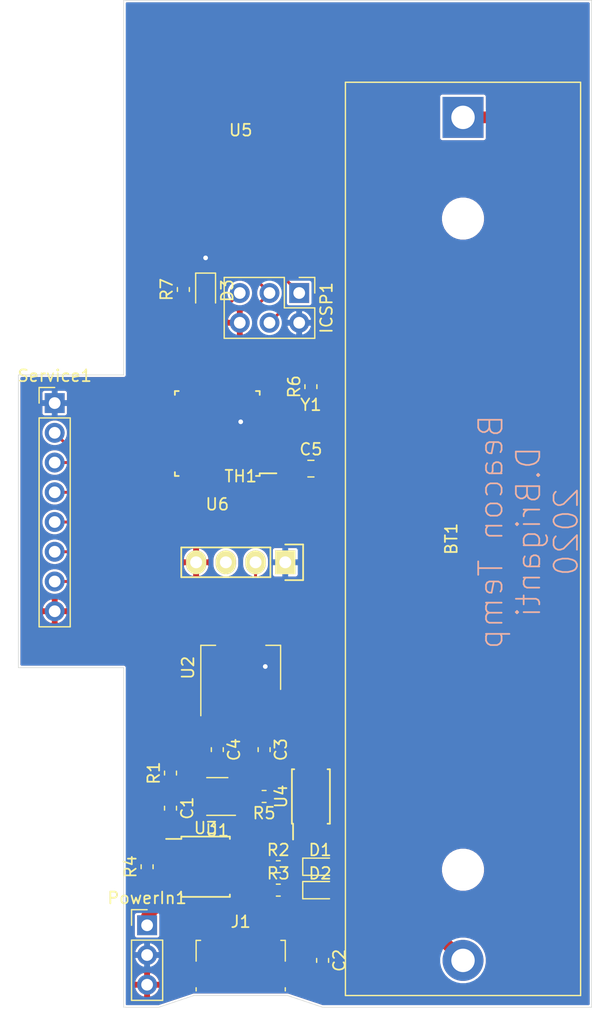
<source format=kicad_pcb>
(kicad_pcb (version 20171130) (host pcbnew 5.1.5-1.fc30)
  (layers (0 F.Cu signal) (31 B.Cu signal) (34 B.Paste user) (35 F.Paste user) (36 B.SilkS user) (37 F.SilkS user) (38 B.Mask user) (39 F.Mask user) (44 Edge.Cuts user))
  (net 0 "")
  (net 1 "Net-(BT1-Pad2)")
  (net 2 "Net-(C1-Pad1)")
  (net 3 GND)
  (net 4 VUSB)
  (net 5 "Net-(D1-Pad1)")
  (net 6 "Net-(D2-Pad1)")
  (net 7 "Net-(R6-Pad2)")
  (net 8 +3V3)
  (net 9 RESET)
  (net 10 MOSI)
  (net 11 SCK)
  (net 12 MISO)
  (net 13 "Net-(R2-Pad1)")
  (net 14 "Net-(R3-Pad1)")
  (net 15 "Net-(R4-Pad2)")
  (net 16 "Net-(R5-Pad2)")
  (net 17 "Net-(R6-Pad1)")
  (net 18 "Net-(TH1-Pad2)")
  (net 19 "Net-(U1-Pad3)")
  (net 20 "Net-(U1-Pad1)")
  (net 21 "Net-(U5-Pad4)")
  (net 22 "Net-(U5-Pad3)")
  (net 23 "Net-(Service1-Pad7)")
  (net 24 "Net-(Service1-Pad6)")
  (net 25 "Net-(Service1-Pad5)")
  (net 26 "Net-(Service1-Pad4)")
  (net 27 "Net-(Service1-Pad3)")
  (net 28 "Net-(Service1-Pad2)")
  (net 29 "Net-(BT1-Pad1)")
  (module Connector_PinHeader_2.54mm:PinHeader_1x03_P2.54mm_Vertical (layer F.Cu) (at 127 88)
    (fp_text reference PowerIn1 (at 0 -2.33) (layer F.SilkS))
    (fp_text value Conn_01x03)
    (fp_line (start -1.33 -1.33) (end 0 -1.33) (layer F.SilkS) (width 0.12))
    (fp_line (start -1.33 0) (end -1.33 -1.33) (layer F.SilkS) (width 0.12))
    (fp_line (start -1.33 1.27) (end 1.33 1.27) (layer F.SilkS) (width 0.12))
    (fp_line (start 1.33 1.27) (end 1.33 6.41) (layer F.SilkS) (width 0.12))
    (fp_line (start -1.33 1.27) (end -1.33 6.41) (layer F.SilkS) (width 0.12))
    (fp_line (start -1.33 6.41) (end 1.33 6.41) (layer F.SilkS) (width 0.12))
    (pad 3 thru_hole oval (at 0 5.08) (size 1.7 1.7) (drill 1) (layers *.Cu *.Mask) (net 3 GND))
    (pad 2 thru_hole oval (at 0 2.54) (size 1.7 1.7) (drill 1) (layers *.Cu *.Mask) (net 8 +3V3))
    (pad 1 thru_hole rect (at 0 0) (size 1.7 1.7) (drill 1) (layers *.Cu *.Mask) (net 4 VUSB))
  )
  (module Connector_PinHeader_2.54mm:PinHeader_1x08_P2.54mm_Vertical (layer F.Cu) (at 119.1 43.4)
    (fp_text reference Service1 (at 0 -2.33) (layer F.SilkS))
    (fp_text value Conn_01x08)
    (fp_line (start -1.33 -1.33) (end 0 -1.33) (layer F.SilkS) (width 0.12))
    (fp_line (start -1.33 0) (end -1.33 -1.33) (layer F.SilkS) (width 0.12))
    (fp_line (start -1.33 1.27) (end 1.33 1.27) (layer F.SilkS) (width 0.12))
    (fp_line (start 1.33 1.27) (end 1.33 19.11) (layer F.SilkS) (width 0.12))
    (fp_line (start -1.33 1.27) (end -1.33 19.11) (layer F.SilkS) (width 0.12))
    (fp_line (start -1.33 19.11) (end 1.33 19.11) (layer F.SilkS) (width 0.12))
    (pad 8 thru_hole oval (at 0 17.78) (size 1.7 1.7) (drill 1) (layers *.Cu *.Mask) (net 3 GND))
    (pad 7 thru_hole oval (at 0 15.24) (size 1.7 1.7) (drill 1) (layers *.Cu *.Mask) (net 23 "Net-(Service1-Pad7)"))
    (pad 6 thru_hole oval (at 0 12.7) (size 1.7 1.7) (drill 1) (layers *.Cu *.Mask) (net 24 "Net-(Service1-Pad6)"))
    (pad 5 thru_hole oval (at 0 10.16) (size 1.7 1.7) (drill 1) (layers *.Cu *.Mask) (net 25 "Net-(Service1-Pad5)"))
    (pad 4 thru_hole oval (at 0 7.62) (size 1.7 1.7) (drill 1) (layers *.Cu *.Mask) (net 26 "Net-(Service1-Pad4)"))
    (pad 3 thru_hole oval (at 0 5.08) (size 1.7 1.7) (drill 1) (layers *.Cu *.Mask) (net 27 "Net-(Service1-Pad3)"))
    (pad 2 thru_hole oval (at 0 2.54) (size 1.7 1.7) (drill 1) (layers *.Cu *.Mask) (net 28 "Net-(Service1-Pad2)"))
    (pad 1 thru_hole rect (at 0 0) (size 1.7 1.7) (drill 1) (layers *.Cu *.Mask) (net 8 +3V3))
  )
  (module Battery:BatteryHolder_MPD_BH-18650-PC2 (layer F.Cu) (at 154 19 270)
    (fp_text reference BT1 (at 36 1 90) (layer F.SilkS))
    (fp_text value Battery_Cell)
    (fp_line (start -3 -10.05) (end 75 -10.05) (layer F.SilkS) (width 0.12))
    (fp_line (start 75 -10.05) (end 75 10.05) (layer F.SilkS) (width 0.12))
    (fp_line (start 75 10.05) (end -3 10.05) (layer F.SilkS) (width 0.12))
    (fp_line (start -3 10.05) (end -3 -10.05) (layer F.SilkS) (width 0.12))
    (pad "" np_thru_hole circle (at 64.255 0 270) (size 3.2 3.2) (drill 3.2) (layers *.Cu *.Mask))
    (pad "" np_thru_hole circle (at 8.645 0 270) (size 3.2 3.2) (drill 3.2) (layers *.Cu *.Mask))
    (pad 1 thru_hole rect (at 0 0 270) (size 3.5 3.5) (drill 2) (layers *.Cu *.Mask) (net 29 "Net-(BT1-Pad1)"))
    (pad 2 thru_hole circle (at 72 0 270) (size 3.5 3.5) (drill 2) (layers *.Cu *.Mask) (net 1 "Net-(BT1-Pad2)"))
  )
  (module Capacitor_SMD:C_0805_2012Metric (layer F.Cu) (at 141 49)
    (fp_text reference C5 (at 0 -1.65) (layer F.SilkS))
    (fp_text value 1uF)
    (fp_line (start -0.258578 0.71) (end 0.258578 0.71) (layer F.SilkS) (width 0.12))
    (fp_line (start -0.258578 -0.71) (end 0.258578 -0.71) (layer F.SilkS) (width 0.12))
    (pad 2 smd roundrect (at 0.9375 0) (size 0.975 1.4) (layers F.Cu F.Paste F.Mask) (net 3 GND))
    (pad 1 smd roundrect (at -0.9375 0) (size 0.975 1.4) (layers F.Cu F.Paste F.Mask) (net 8 +3V3))
  )
  (module Diode_SMD:D_SOD-323F (layer F.Cu) (at 132 33.8 270)
    (fp_text reference D3 (at 0 -1.85 90) (layer F.SilkS))
    (fp_text value 1N4148W)
    (fp_line (start -1.5 -0.85) (end 1.05 -0.85) (layer F.SilkS) (width 0.12))
    (fp_line (start -1.5 0.85) (end 1.05 0.85) (layer F.SilkS) (width 0.12))
    (fp_line (start -1.5 -0.85) (end -1.5 0.85) (layer F.SilkS) (width 0.12))
    (pad 2 smd rect (at 1.1 0 270) (size 0.5 0.5) (layers F.Cu F.Paste F.Mask) (net 9 RESET))
    (pad 1 smd rect (at -1.1 0 270) (size 0.5 0.5) (layers F.Cu F.Paste F.Mask) (net 8 +3V3))
  )
  (module ProjectLib:TP4056_SOP-8-PP (layer F.Cu) (at 132 83)
    (fp_text reference U3 (at 0 -3.3) (layer F.SilkS))
    (fp_text value TP4056)
    (fp_line (start -2.075 -2.575) (end -2.075 -2.375) (layer F.SilkS) (width 0.15))
    (fp_line (start 2.075 -2.575) (end 2.075 -2.375) (layer F.SilkS) (width 0.15))
    (fp_line (start 2.075 2.575) (end 2.075 2.375) (layer F.SilkS) (width 0.15))
    (fp_line (start -2.075 2.575) (end -2.075 2.375) (layer F.SilkS) (width 0.15))
    (fp_line (start -2.075 -2.575) (end 2.075 -2.575) (layer F.SilkS) (width 0.15))
    (fp_line (start -2.075 2.575) (end 2.075 2.575) (layer F.SilkS) (width 0.15))
    (fp_line (start -2.075 -2.375) (end -3.375 -2.375) (layer F.SilkS) (width 0.15))
    (pad 1 smd rect (at -2.7 -1.905) (size 1.5 0.65) (layers F.Cu F.Paste F.Mask) (net 3 GND))
    (pad 2 smd rect (at -2.7 -0.635) (size 1.5 0.65) (layers F.Cu F.Paste F.Mask) (net 15 "Net-(R4-Pad2)"))
    (pad 3 smd rect (at -2.7 0.635) (size 1.5 0.65) (layers F.Cu F.Paste F.Mask) (net 3 GND))
    (pad 4 smd rect (at -2.7 1.905) (size 1.5 0.65) (layers F.Cu F.Paste F.Mask) (net 4 VUSB))
    (pad 5 smd rect (at 2.7 1.905) (size 1.5 0.65) (layers F.Cu F.Paste F.Mask) (net 29 "Net-(BT1-Pad1)"))
    (pad 6 smd rect (at 2.7 0.635) (size 1.5 0.65) (layers F.Cu F.Paste F.Mask) (net 14 "Net-(R3-Pad1)"))
    (pad 7 smd rect (at 2.7 -0.635) (size 1.5 0.65) (layers F.Cu F.Paste F.Mask) (net 13 "Net-(R2-Pad1)"))
    (pad 8 smd rect (at 2.7 -1.905) (size 1.5 0.65) (layers F.Cu F.Paste F.Mask) (net 4 VUSB))
    (pad 9 smd rect (at 0 0) (size 2.7 3.6) (layers F.Cu F.Paste F.Mask) (net 4 VUSB))
  )
  (module Oscillator:Oscillator_SMD_EuroQuartz_XO32-4Pin_3.2x2.5mm (layer F.Cu) (at 141 46)
    (fp_text reference Y1 (at 0 -2.45) (layer F.SilkS))
    (fp_text value "Crystal 16M")
    (pad 4 smd rect (at -1.075 -0.775) (size 1 0.9) (layers F.Cu F.Paste F.Mask) (net 3 GND))
    (pad 3 smd rect (at 1.075 -0.775) (size 1 0.9) (layers F.Cu F.Paste F.Mask) (net 17 "Net-(R6-Pad1)"))
    (pad 2 smd rect (at 1.075 0.775) (size 1 0.9) (layers F.Cu F.Paste F.Mask) (net 3 GND))
    (pad 1 smd rect (at -1.075 0.775) (size 1 0.9) (layers F.Cu F.Paste F.Mask) (net 7 "Net-(R6-Pad2)"))
  )
  (module ProjectLib:NRF24L01-SMD (layer F.Cu) (at 135 19)
    (fp_text reference U5 (at 0 1.1) (layer F.SilkS))
    (fp_text value NRF24L01_Breakout)
    (pad 8 smd rect (at 4.49 8.7) (size 1 2) (layers F.Cu F.Paste F.Mask))
    (pad 7 smd rect (at 3.22 8.7) (size 1 2) (layers F.Cu F.Paste F.Mask) (net 12 MISO))
    (pad 6 smd rect (at 1.95 8.7) (size 1 2) (layers F.Cu F.Paste F.Mask) (net 10 MOSI))
    (pad 5 smd rect (at 0.68 8.7) (size 1 2) (layers F.Cu F.Paste F.Mask) (net 11 SCK))
    (pad 4 smd rect (at -0.59 8.7) (size 1 2) (layers F.Cu F.Paste F.Mask) (net 21 "Net-(U5-Pad4)"))
    (pad 3 smd rect (at -1.86 8.7) (size 1 2) (layers F.Cu F.Paste F.Mask) (net 22 "Net-(U5-Pad3)"))
    (pad 1 smd rect (at -3.13 8.7) (size 1 2) (layers F.Cu F.Paste F.Mask) (net 3 GND))
    (pad 2 smd rect (at -4.4 8.7) (size 1 2) (layers F.Cu F.Paste F.Mask) (net 8 +3V3))
  )
  (module Package_SO:TSSOP-8_4.4x3mm_P0.65mm (layer F.Cu) (at 141 77 90)
    (fp_text reference U4 (at 0 -2.55 90) (layer F.SilkS))
    (fp_text value FS8205A)
    (fp_line (start -2.325 -1.525) (end -3.675 -1.525) (layer F.SilkS) (width 0.15))
    (fp_line (start -2.325 1.625) (end 2.325 1.625) (layer F.SilkS) (width 0.15))
    (fp_line (start -2.325 -1.625) (end 2.325 -1.625) (layer F.SilkS) (width 0.15))
    (fp_line (start -2.325 1.625) (end -2.325 1.425) (layer F.SilkS) (width 0.15))
    (fp_line (start 2.325 1.625) (end 2.325 1.425) (layer F.SilkS) (width 0.15))
    (fp_line (start 2.325 -1.625) (end 2.325 -1.425) (layer F.SilkS) (width 0.15))
    (fp_line (start -2.325 -1.625) (end -2.325 -1.525) (layer F.SilkS) (width 0.15))
    (pad 8 smd rect (at 2.95 -0.975 90) (size 1.45 0.45) (layers F.Cu F.Paste F.Mask))
    (pad 7 smd rect (at 2.95 -0.325 90) (size 1.45 0.45) (layers F.Cu F.Paste F.Mask) (net 3 GND))
    (pad 6 smd rect (at 2.95 0.325 90) (size 1.45 0.45) (layers F.Cu F.Paste F.Mask) (net 3 GND))
    (pad 5 smd rect (at 2.95 0.975 90) (size 1.45 0.45) (layers F.Cu F.Paste F.Mask) (net 19 "Net-(U1-Pad3)"))
    (pad 4 smd rect (at -2.95 0.975 90) (size 1.45 0.45) (layers F.Cu F.Paste F.Mask) (net 20 "Net-(U1-Pad1)"))
    (pad 3 smd rect (at -2.95 0.325 90) (size 1.45 0.45) (layers F.Cu F.Paste F.Mask) (net 1 "Net-(BT1-Pad2)"))
    (pad 2 smd rect (at -2.95 -0.325 90) (size 1.45 0.45) (layers F.Cu F.Paste F.Mask) (net 1 "Net-(BT1-Pad2)"))
    (pad 1 smd rect (at -2.95 -0.975 90) (size 1.45 0.45) (layers F.Cu F.Paste F.Mask))
  )
  (module Package_TO_SOT_SMD:SOT-223-3_TabPin2 (layer F.Cu) (at 135 66 90)
    (fp_text reference U2 (at 0 -4.5 90) (layer F.SilkS))
    (fp_text value AMS1117-3.3)
    (fp_line (start -4.1 -3.41) (end 1.91 -3.41) (layer F.SilkS) (width 0.12))
    (fp_line (start -1.85 3.41) (end 1.91 3.41) (layer F.SilkS) (width 0.12))
    (fp_line (start 1.91 -3.41) (end 1.91 -2.15) (layer F.SilkS) (width 0.12))
    (fp_line (start 1.91 3.41) (end 1.91 2.15) (layer F.SilkS) (width 0.12))
    (pad 1 smd rect (at -3.15 -2.3 90) (size 2 1.5) (layers F.Cu F.Paste F.Mask) (net 3 GND))
    (pad 3 smd rect (at -3.15 2.3 90) (size 2 1.5) (layers F.Cu F.Paste F.Mask) (net 29 "Net-(BT1-Pad1)"))
    (pad 2 smd rect (at -3.15 0 90) (size 2 1.5) (layers F.Cu F.Paste F.Mask) (net 8 +3V3))
    (pad 2 smd rect (at 3.15 0 90) (size 2 3.8) (layers F.Cu F.Paste F.Mask) (net 8 +3V3))
  )
  (module Package_TO_SOT_SMD:SOT-23-6 (layer F.Cu) (at 133 77 180)
    (fp_text reference U1 (at 0 -2.9) (layer F.SilkS))
    (fp_text value DW01)
    (fp_line (start 0.9 -1.61) (end -1.55 -1.61) (layer F.SilkS) (width 0.12))
    (fp_line (start -0.9 1.61) (end 0.9 1.61) (layer F.SilkS) (width 0.12))
    (pad 5 smd rect (at 1.1 0 180) (size 1.06 0.65) (layers F.Cu F.Paste F.Mask) (net 2 "Net-(C1-Pad1)"))
    (pad 6 smd rect (at 1.1 -0.95 180) (size 1.06 0.65) (layers F.Cu F.Paste F.Mask) (net 1 "Net-(BT1-Pad2)"))
    (pad 4 smd rect (at 1.1 0.95 180) (size 1.06 0.65) (layers F.Cu F.Paste F.Mask))
    (pad 3 smd rect (at -1.1 0.95 180) (size 1.06 0.65) (layers F.Cu F.Paste F.Mask) (net 19 "Net-(U1-Pad3)"))
    (pad 2 smd rect (at -1.1 0 180) (size 1.06 0.65) (layers F.Cu F.Paste F.Mask) (net 16 "Net-(R5-Pad2)"))
    (pad 1 smd rect (at -1.1 -0.95 180) (size 1.06 0.65) (layers F.Cu F.Paste F.Mask) (net 20 "Net-(U1-Pad1)"))
  )
  (module ProjectLib:DHT22_Temperature_Humidity (layer F.Cu) (at 135 57 180)
    (fp_text reference TH1 (at 0 7.35) (layer F.SilkS))
    (fp_text value DHT22)
    (fp_line (start -3.81 -1.524) (end -5.334 -1.524) (layer F.SilkS) (width 0.15))
    (fp_line (start -5.334 -1.524) (end -5.334 1.524) (layer F.SilkS) (width 0.15))
    (fp_line (start -5.334 1.524) (end -3.81 1.524) (layer F.SilkS) (width 0.15))
    (fp_line (start -2.54 -1.27) (end 5.08 -1.27) (layer F.SilkS) (width 0.15))
    (fp_line (start 5.08 -1.27) (end 5.08 1.27) (layer F.SilkS) (width 0.15))
    (fp_line (start 5.08 1.27) (end -2.54 1.27) (layer F.SilkS) (width 0.15))
    (fp_line (start -2.54 1.27) (end -2.54 -1.27) (layer F.SilkS) (width 0.15))
    (pad 4 thru_hole oval (at 3.81 0 270) (size 2.032 1.7272) (drill 1.016) (layers *.Cu *.Mask F.SilkS) (net 3 GND))
    (pad 3 thru_hole oval (at 1.27 0 270) (size 2.032 1.7272) (drill 1.016) (layers *.Cu *.Mask F.SilkS))
    (pad 2 thru_hole oval (at -1.27 0 270) (size 2.032 1.7272) (drill 1.016) (layers *.Cu *.Mask F.SilkS) (net 18 "Net-(TH1-Pad2)"))
    (pad 1 thru_hole rect (at -3.81 0 270) (size 2.032 1.7272) (drill 1.016) (layers *.Cu *.Mask F.SilkS) (net 8 +3V3))
  )
  (module Resistor_SMD:R_0603_1608Metric (layer F.Cu) (at 130.1 33.7 90)
    (fp_text reference R7 (at 0 -1.43 90) (layer F.SilkS))
    (fp_text value 10k)
    (fp_line (start -0.162779 0.51) (end 0.162779 0.51) (layer F.SilkS) (width 0.12))
    (fp_line (start -0.162779 -0.51) (end 0.162779 -0.51) (layer F.SilkS) (width 0.12))
    (pad 2 smd roundrect (at 0.7875 0 90) (size 0.875 0.95) (layers F.Cu F.Paste F.Mask) (net 8 +3V3))
    (pad 1 smd roundrect (at -0.7875 0 90) (size 0.875 0.95) (layers F.Cu F.Paste F.Mask) (net 9 RESET))
  )
  (module Resistor_SMD:R_0603_1608Metric (layer F.Cu) (at 141 42 90)
    (fp_text reference R6 (at 0 -1.43 90) (layer F.SilkS))
    (fp_text value 1M)
    (fp_line (start -0.162779 0.51) (end 0.162779 0.51) (layer F.SilkS) (width 0.12))
    (fp_line (start -0.162779 -0.51) (end 0.162779 -0.51) (layer F.SilkS) (width 0.12))
    (pad 2 smd roundrect (at 0.7875 0 90) (size 0.875 0.95) (layers F.Cu F.Paste F.Mask) (net 7 "Net-(R6-Pad2)"))
    (pad 1 smd roundrect (at -0.7875 0 90) (size 0.875 0.95) (layers F.Cu F.Paste F.Mask) (net 17 "Net-(R6-Pad1)"))
  )
  (module Connector_USB:USB_Micro-B_Molex_47346-0001 (layer F.Cu) (at 135 91)
    (fp_text reference J1 (at 0 -3.3 180) (layer F.SilkS))
    (fp_text value USB_B_Micro)
    (fp_line (start -3.81 2.6) (end -3.81 2.34) (layer F.SilkS) (width 0.12))
    (fp_line (start -3.81 0.06) (end -3.81 -1.71) (layer F.SilkS) (width 0.12))
    (fp_line (start -3.81 -1.71) (end -3.43 -1.71) (layer F.SilkS) (width 0.12))
    (fp_line (start 3.81 -1.71) (end 3.81 0.06) (layer F.SilkS) (width 0.12))
    (fp_line (start 3.81 2.34) (end 3.81 2.6) (layer F.SilkS) (width 0.12))
    (fp_line (start 3.81 -1.71) (end 3.43 -1.71) (layer F.SilkS) (width 0.12))
    (pad 6 smd rect (at 1.55 1.2) (size 1 1.9) (layers F.Cu F.Paste F.Mask) (net 3 GND))
    (pad 6 smd rect (at -1.15 1.2) (size 1.8 1.9) (layers F.Cu F.Paste F.Mask) (net 3 GND))
    (pad 6 smd rect (at 3.375 1.2) (size 1.65 1.3) (layers F.Cu F.Paste F.Mask) (net 3 GND))
    (pad 6 smd rect (at -3.375 1.2) (size 1.65 1.3) (layers F.Cu F.Paste F.Mask) (net 3 GND))
    (pad 6 smd rect (at 2.4875 -1.375) (size 1.425 1.55) (layers F.Cu F.Paste F.Mask) (net 3 GND))
    (pad 6 smd rect (at -2.4875 -1.375) (size 1.425 1.55) (layers F.Cu F.Paste F.Mask) (net 3 GND))
    (pad 5 smd rect (at 1.3 -1.46) (size 0.45 1.38) (layers F.Cu F.Paste F.Mask) (net 3 GND))
    (pad 4 smd rect (at 0.65 -1.46) (size 0.45 1.38) (layers F.Cu F.Paste F.Mask))
    (pad 3 smd rect (at 0 -1.46) (size 0.45 1.38) (layers F.Cu F.Paste F.Mask))
    (pad 2 smd rect (at -0.65 -1.46) (size 0.45 1.38) (layers F.Cu F.Paste F.Mask))
    (pad 1 smd rect (at -1.3 -1.46) (size 0.45 1.38) (layers F.Cu F.Paste F.Mask) (net 4 VUSB))
  )
  (module Connector_PinHeader_2.54mm:PinHeader_2x03_P2.54mm_Vertical (layer F.Cu) (at 140 34 270)
    (fp_text reference ICSP1 (at 1.27 -2.33 90) (layer F.SilkS))
    (fp_text value Conn_02x03_Odd_Even)
    (fp_line (start -1.33 -1.33) (end 0 -1.33) (layer F.SilkS) (width 0.12))
    (fp_line (start -1.33 0) (end -1.33 -1.33) (layer F.SilkS) (width 0.12))
    (fp_line (start 1.27 -1.33) (end 3.87 -1.33) (layer F.SilkS) (width 0.12))
    (fp_line (start 1.27 1.27) (end 1.27 -1.33) (layer F.SilkS) (width 0.12))
    (fp_line (start -1.33 1.27) (end 1.27 1.27) (layer F.SilkS) (width 0.12))
    (fp_line (start 3.87 -1.33) (end 3.87 6.41) (layer F.SilkS) (width 0.12))
    (fp_line (start -1.33 1.27) (end -1.33 6.41) (layer F.SilkS) (width 0.12))
    (fp_line (start -1.33 6.41) (end 3.87 6.41) (layer F.SilkS) (width 0.12))
    (pad 6 thru_hole oval (at 2.54 5.08 270) (size 1.7 1.7) (drill 1) (layers *.Cu *.Mask) (net 3 GND))
    (pad 5 thru_hole oval (at 0 5.08 270) (size 1.7 1.7) (drill 1) (layers *.Cu *.Mask) (net 9 RESET))
    (pad 4 thru_hole oval (at 2.54 2.54 270) (size 1.7 1.7) (drill 1) (layers *.Cu *.Mask) (net 10 MOSI))
    (pad 3 thru_hole oval (at 0 2.54 270) (size 1.7 1.7) (drill 1) (layers *.Cu *.Mask) (net 11 SCK))
    (pad 2 thru_hole oval (at 2.54 0 270) (size 1.7 1.7) (drill 1) (layers *.Cu *.Mask) (net 8 +3V3))
    (pad 1 thru_hole rect (at 0 0 270) (size 1.7 1.7) (drill 1) (layers *.Cu *.Mask) (net 12 MISO))
  )
  (module Capacitor_SMD:C_0603_1608Metric (layer F.Cu) (at 133 73 270)
    (fp_text reference C4 (at 0 -1.43 90) (layer F.SilkS))
    (fp_text value 1uF)
    (fp_line (start -0.162779 0.51) (end 0.162779 0.51) (layer F.SilkS) (width 0.12))
    (fp_line (start -0.162779 -0.51) (end 0.162779 -0.51) (layer F.SilkS) (width 0.12))
    (pad 2 smd roundrect (at 0.7875 0 270) (size 0.875 0.95) (layers F.Cu F.Paste F.Mask) (net 3 GND))
    (pad 1 smd roundrect (at -0.7875 0 270) (size 0.875 0.95) (layers F.Cu F.Paste F.Mask) (net 8 +3V3))
  )
  (module Capacitor_SMD:C_0603_1608Metric (layer F.Cu) (at 137 73 270)
    (fp_text reference C3 (at 0 -1.43 90) (layer F.SilkS))
    (fp_text value 1uF)
    (fp_line (start -0.162779 0.51) (end 0.162779 0.51) (layer F.SilkS) (width 0.12))
    (fp_line (start -0.162779 -0.51) (end 0.162779 -0.51) (layer F.SilkS) (width 0.12))
    (pad 2 smd roundrect (at 0.7875 0 270) (size 0.875 0.95) (layers F.Cu F.Paste F.Mask) (net 3 GND))
    (pad 1 smd roundrect (at -0.7875 0 270) (size 0.875 0.95) (layers F.Cu F.Paste F.Mask) (net 29 "Net-(BT1-Pad1)"))
  )
  (module Package_QFP:TQFP-32_7x7mm_P0.8mm (layer F.Cu) (at 133 46 180)
    (fp_text reference U6 (at 0 -6.05) (layer F.SilkS))
    (fp_text value ATmega328P-AU)
    (fp_line (start -3.625 -3.4) (end -5.05 -3.4) (layer F.SilkS) (width 0.15))
    (fp_line (start 3.625 -3.625) (end 3.3 -3.625) (layer F.SilkS) (width 0.15))
    (fp_line (start 3.625 3.625) (end 3.3 3.625) (layer F.SilkS) (width 0.15))
    (fp_line (start -3.625 3.625) (end -3.3 3.625) (layer F.SilkS) (width 0.15))
    (fp_line (start -3.625 -3.625) (end -3.3 -3.625) (layer F.SilkS) (width 0.15))
    (fp_line (start -3.625 3.625) (end -3.625 3.3) (layer F.SilkS) (width 0.15))
    (fp_line (start 3.625 3.625) (end 3.625 3.3) (layer F.SilkS) (width 0.15))
    (fp_line (start 3.625 -3.625) (end 3.625 -3.3) (layer F.SilkS) (width 0.15))
    (fp_line (start -3.625 -3.625) (end -3.625 -3.4) (layer F.SilkS) (width 0.15))
    (pad 32 smd rect (at -2.8 -4.25 270) (size 1.6 0.55) (layers F.Cu F.Paste F.Mask))
    (pad 31 smd rect (at -2 -4.25 270) (size 1.6 0.55) (layers F.Cu F.Paste F.Mask))
    (pad 30 smd rect (at -1.2 -4.25 270) (size 1.6 0.55) (layers F.Cu F.Paste F.Mask))
    (pad 29 smd rect (at -0.4 -4.25 270) (size 1.6 0.55) (layers F.Cu F.Paste F.Mask) (net 9 RESET))
    (pad 28 smd rect (at 0.4 -4.25 270) (size 1.6 0.55) (layers F.Cu F.Paste F.Mask) (net 23 "Net-(Service1-Pad7)"))
    (pad 27 smd rect (at 1.2 -4.25 270) (size 1.6 0.55) (layers F.Cu F.Paste F.Mask) (net 24 "Net-(Service1-Pad6)"))
    (pad 26 smd rect (at 2 -4.25 270) (size 1.6 0.55) (layers F.Cu F.Paste F.Mask) (net 25 "Net-(Service1-Pad5)"))
    (pad 25 smd rect (at 2.8 -4.25 270) (size 1.6 0.55) (layers F.Cu F.Paste F.Mask) (net 26 "Net-(Service1-Pad4)"))
    (pad 24 smd rect (at 4.25 -2.8 180) (size 1.6 0.55) (layers F.Cu F.Paste F.Mask) (net 27 "Net-(Service1-Pad3)"))
    (pad 23 smd rect (at 4.25 -2 180) (size 1.6 0.55) (layers F.Cu F.Paste F.Mask) (net 28 "Net-(Service1-Pad2)"))
    (pad 22 smd rect (at 4.25 -1.2 180) (size 1.6 0.55) (layers F.Cu F.Paste F.Mask))
    (pad 21 smd rect (at 4.25 -0.4 180) (size 1.6 0.55) (layers F.Cu F.Paste F.Mask) (net 3 GND))
    (pad 20 smd rect (at 4.25 0.4 180) (size 1.6 0.55) (layers F.Cu F.Paste F.Mask))
    (pad 19 smd rect (at 4.25 1.2 180) (size 1.6 0.55) (layers F.Cu F.Paste F.Mask))
    (pad 18 smd rect (at 4.25 2 180) (size 1.6 0.55) (layers F.Cu F.Paste F.Mask) (net 8 +3V3))
    (pad 17 smd rect (at 4.25 2.8 180) (size 1.6 0.55) (layers F.Cu F.Paste F.Mask) (net 11 SCK))
    (pad 16 smd rect (at 2.8 4.25 270) (size 1.6 0.55) (layers F.Cu F.Paste F.Mask) (net 12 MISO))
    (pad 15 smd rect (at 2 4.25 270) (size 1.6 0.55) (layers F.Cu F.Paste F.Mask) (net 10 MOSI))
    (pad 14 smd rect (at 1.2 4.25 270) (size 1.6 0.55) (layers F.Cu F.Paste F.Mask) (net 21 "Net-(U5-Pad4)"))
    (pad 13 smd rect (at 0.4 4.25 270) (size 1.6 0.55) (layers F.Cu F.Paste F.Mask) (net 22 "Net-(U5-Pad3)"))
    (pad 12 smd rect (at -0.4 4.25 270) (size 1.6 0.55) (layers F.Cu F.Paste F.Mask))
    (pad 11 smd rect (at -1.2 4.25 270) (size 1.6 0.55) (layers F.Cu F.Paste F.Mask) (net 18 "Net-(TH1-Pad2)"))
    (pad 10 smd rect (at -2 4.25 270) (size 1.6 0.55) (layers F.Cu F.Paste F.Mask))
    (pad 9 smd rect (at -2.8 4.25 270) (size 1.6 0.55) (layers F.Cu F.Paste F.Mask))
    (pad 8 smd rect (at -4.25 2.8 180) (size 1.6 0.55) (layers F.Cu F.Paste F.Mask) (net 7 "Net-(R6-Pad2)"))
    (pad 7 smd rect (at -4.25 2 180) (size 1.6 0.55) (layers F.Cu F.Paste F.Mask) (net 17 "Net-(R6-Pad1)"))
    (pad 6 smd rect (at -4.25 1.2 180) (size 1.6 0.55) (layers F.Cu F.Paste F.Mask) (net 8 +3V3))
    (pad 5 smd rect (at -4.25 0.4 180) (size 1.6 0.55) (layers F.Cu F.Paste F.Mask) (net 3 GND))
    (pad 4 smd rect (at -4.25 -0.4 180) (size 1.6 0.55) (layers F.Cu F.Paste F.Mask) (net 8 +3V3))
    (pad 3 smd rect (at -4.25 -1.2 180) (size 1.6 0.55) (layers F.Cu F.Paste F.Mask) (net 3 GND))
    (pad 2 smd rect (at -4.25 -2 180) (size 1.6 0.55) (layers F.Cu F.Paste F.Mask))
    (pad 1 smd rect (at -4.25 -2.8 180) (size 1.6 0.55) (layers F.Cu F.Paste F.Mask))
  )
  (module Resistor_SMD:R_0603_1608Metric (layer F.Cu) (at 137 77 180)
    (fp_text reference R5 (at 0 -1.43) (layer F.SilkS))
    (fp_text value 1k)
    (fp_line (start -0.162779 0.51) (end 0.162779 0.51) (layer F.SilkS) (width 0.12))
    (fp_line (start -0.162779 -0.51) (end 0.162779 -0.51) (layer F.SilkS) (width 0.12))
    (pad 2 smd roundrect (at 0.7875 0 180) (size 0.875 0.95) (layers F.Cu F.Paste F.Mask) (net 16 "Net-(R5-Pad2)"))
    (pad 1 smd roundrect (at -0.7875 0 180) (size 0.875 0.95) (layers F.Cu F.Paste F.Mask) (net 3 GND))
  )
  (module Resistor_SMD:R_0603_1608Metric (layer F.Cu) (at 127 83 90)
    (fp_text reference R4 (at 0 -1.43 90) (layer F.SilkS))
    (fp_text value 10k)
    (fp_line (start -0.162779 0.51) (end 0.162779 0.51) (layer F.SilkS) (width 0.12))
    (fp_line (start -0.162779 -0.51) (end 0.162779 -0.51) (layer F.SilkS) (width 0.12))
    (pad 2 smd roundrect (at 0.7875 0 90) (size 0.875 0.95) (layers F.Cu F.Paste F.Mask) (net 15 "Net-(R4-Pad2)"))
    (pad 1 smd roundrect (at -0.7875 0 90) (size 0.875 0.95) (layers F.Cu F.Paste F.Mask) (net 3 GND))
  )
  (module Resistor_SMD:R_0603_1608Metric (layer F.Cu) (at 138.2125 85)
    (fp_text reference R3 (at 0 -1.43) (layer F.SilkS))
    (fp_text value 1k)
    (fp_line (start -0.162779 0.51) (end 0.162779 0.51) (layer F.SilkS) (width 0.12))
    (fp_line (start -0.162779 -0.51) (end 0.162779 -0.51) (layer F.SilkS) (width 0.12))
    (pad 2 smd roundrect (at 0.7875 0) (size 0.875 0.95) (layers F.Cu F.Paste F.Mask) (net 6 "Net-(D2-Pad1)"))
    (pad 1 smd roundrect (at -0.7875 0) (size 0.875 0.95) (layers F.Cu F.Paste F.Mask) (net 14 "Net-(R3-Pad1)"))
  )
  (module Resistor_SMD:R_0603_1608Metric (layer F.Cu) (at 138.2125 83)
    (fp_text reference R2 (at 0 -1.43) (layer F.SilkS))
    (fp_text value 1k)
    (fp_line (start -0.162779 0.51) (end 0.162779 0.51) (layer F.SilkS) (width 0.12))
    (fp_line (start -0.162779 -0.51) (end 0.162779 -0.51) (layer F.SilkS) (width 0.12))
    (pad 2 smd roundrect (at 0.7875 0) (size 0.875 0.95) (layers F.Cu F.Paste F.Mask) (net 5 "Net-(D1-Pad1)"))
    (pad 1 smd roundrect (at -0.7875 0) (size 0.875 0.95) (layers F.Cu F.Paste F.Mask) (net 13 "Net-(R2-Pad1)"))
  )
  (module Resistor_SMD:R_0603_1608Metric (layer F.Cu) (at 129 75 90)
    (fp_text reference R1 (at 0 -1.43 90) (layer F.SilkS))
    (fp_text value 100)
    (fp_line (start -0.162779 0.51) (end 0.162779 0.51) (layer F.SilkS) (width 0.12))
    (fp_line (start -0.162779 -0.51) (end 0.162779 -0.51) (layer F.SilkS) (width 0.12))
    (pad 2 smd roundrect (at 0.7875 0 90) (size 0.875 0.95) (layers F.Cu F.Paste F.Mask) (net 29 "Net-(BT1-Pad1)"))
    (pad 1 smd roundrect (at -0.7875 0 90) (size 0.875 0.95) (layers F.Cu F.Paste F.Mask) (net 2 "Net-(C1-Pad1)"))
  )
  (module LED_SMD:LED_0603_1608Metric (layer F.Cu) (at 141.7875 85)
    (fp_text reference D2 (at 0 -1.43) (layer F.SilkS))
    (fp_text value LED_ALT_GREEN)
    (fp_line (start -1.485 0.735) (end 0.8 0.735) (layer F.SilkS) (width 0.12))
    (fp_line (start -1.485 -0.735) (end -1.485 0.735) (layer F.SilkS) (width 0.12))
    (fp_line (start 0.8 -0.735) (end -1.485 -0.735) (layer F.SilkS) (width 0.12))
    (pad 2 smd roundrect (at 0.7875 0) (size 0.875 0.95) (layers F.Cu F.Paste F.Mask) (net 4 VUSB))
    (pad 1 smd roundrect (at -0.7875 0) (size 0.875 0.95) (layers F.Cu F.Paste F.Mask) (net 6 "Net-(D2-Pad1)"))
  )
  (module LED_SMD:LED_0603_1608Metric (layer F.Cu) (at 141.7875 83)
    (fp_text reference D1 (at 0 -1.43) (layer F.SilkS))
    (fp_text value LED_ALT_RED)
    (fp_line (start -1.485 0.735) (end 0.8 0.735) (layer F.SilkS) (width 0.12))
    (fp_line (start -1.485 -0.735) (end -1.485 0.735) (layer F.SilkS) (width 0.12))
    (fp_line (start 0.8 -0.735) (end -1.485 -0.735) (layer F.SilkS) (width 0.12))
    (pad 2 smd roundrect (at 0.7875 0) (size 0.875 0.95) (layers F.Cu F.Paste F.Mask) (net 4 VUSB))
    (pad 1 smd roundrect (at -0.7875 0) (size 0.875 0.95) (layers F.Cu F.Paste F.Mask) (net 5 "Net-(D1-Pad1)"))
  )
  (module Capacitor_SMD:C_0603_1608Metric (layer F.Cu) (at 142 91 270)
    (fp_text reference C2 (at 0 -1.43 90) (layer F.SilkS))
    (fp_text value 10uF)
    (fp_line (start -0.162779 0.51) (end 0.162779 0.51) (layer F.SilkS) (width 0.12))
    (fp_line (start -0.162779 -0.51) (end 0.162779 -0.51) (layer F.SilkS) (width 0.12))
    (pad 2 smd roundrect (at 0.7875 0 270) (size 0.875 0.95) (layers F.Cu F.Paste F.Mask) (net 3 GND))
    (pad 1 smd roundrect (at -0.7875 0 270) (size 0.875 0.95) (layers F.Cu F.Paste F.Mask) (net 29 "Net-(BT1-Pad1)"))
  )
  (module Capacitor_SMD:C_0603_1608Metric (layer F.Cu) (at 129 78 270)
    (fp_text reference C1 (at 0 -1.43 90) (layer F.SilkS))
    (fp_text value 100nF)
    (fp_line (start -0.162779 0.51) (end 0.162779 0.51) (layer F.SilkS) (width 0.12))
    (fp_line (start -0.162779 -0.51) (end 0.162779 -0.51) (layer F.SilkS) (width 0.12))
    (pad 2 smd roundrect (at 0.7875 0 270) (size 0.875 0.95) (layers F.Cu F.Paste F.Mask) (net 1 "Net-(BT1-Pad2)"))
    (pad 1 smd roundrect (at -0.7875 0 270) (size 0.875 0.95) (layers F.Cu F.Paste F.Mask) (net 2 "Net-(C1-Pad1)"))
  )
  (gr_text "Beacon Temp\nD.Briganti\n2020" (at 159.6 54.4 90) (layer B.SilkS) (effects (font (size 2 2)) (justify mirror)))
  (gr_line (start 125 9) (end 125 15) (layer Edge.Cuts) (width 0.05))
  (gr_line (start 165 9) (end 125 9) (layer Edge.Cuts) (width 0.05))
  (gr_line (start 165 15) (end 165 9) (layer Edge.Cuts) (width 0.05))
  (gr_line (start 125 66) (end 125 95) (layer Edge.Cuts) (width 0.05))
  (gr_line (start 124 66) (end 125 66) (layer Edge.Cuts) (width 0.05))
  (gr_line (start 116 66) (end 124 66) (layer Edge.Cuts) (width 0.05))
  (gr_line (start 116 41) (end 116 66) (layer Edge.Cuts) (width 0.05))
  (gr_line (start 125 41) (end 116 41) (layer Edge.Cuts) (width 0.05))
  (gr_line (start 125 15) (end 125 41) (layer Edge.Cuts) (width 0.05))
  (gr_line (start 128 95) (end 125 95) (layer Edge.Cuts) (width 0.05))
  (gr_line (start 131 94) (end 128 95) (layer Edge.Cuts) (width 0.05))
  (gr_line (start 139 94) (end 131 94) (layer Edge.Cuts) (width 0.05))
  (gr_line (start 142 95) (end 139 94) (layer Edge.Cuts) (width 0.05))
  (gr_line (start 165 95) (end 142 95) (layer Edge.Cuts) (width 0.05))
  (gr_line (start 165 95) (end 165 15) (layer Edge.Cuts) (width 0.05))
  (segment (start 141.299999 81.035001) (end 141.299999 79.95) (width 0.5) (layer F.Cu) (net 1))
  (segment (start 141.78499 81.519992) (end 141.299999 81.035001) (width 0.5) (layer F.Cu) (net 1))
  (segment (start 154 91) (end 144.519992 81.519992) (width 0.5) (layer F.Cu) (net 1))
  (segment (start 144.519992 81.519992) (end 141.78499 81.519992) (width 0.5) (layer F.Cu) (net 1))
  (segment (start 144.591061 81.591061) (end 142.209613 81.591061) (width 1) (layer F.Cu) (net 1))
  (segment (start 154 91) (end 144.591061 81.591061) (width 1) (layer F.Cu) (net 1))
  (segment (start 140.675 78.975) (end 140.675 79.95) (width 0.25) (layer F.Cu) (net 1))
  (segment (start 140.599999 78.899999) (end 140.675 78.975) (width 0.25) (layer F.Cu) (net 1))
  (segment (start 133.629999 78.899999) (end 140.599999 78.899999) (width 0.25) (layer F.Cu) (net 1))
  (segment (start 132.68 77.95) (end 133.629999 78.899999) (width 0.25) (layer F.Cu) (net 1))
  (segment (start 131.9 77.95) (end 132.68 77.95) (width 0.25) (layer F.Cu) (net 1))
  (segment (start 140.675 79.95) (end 141.325 79.95) (width 0.25) (layer F.Cu) (net 1))
  (segment (start 131.9 78.525) (end 131.9 77.95) (width 0.25) (layer F.Cu) (net 1))
  (segment (start 131.6375 78.7875) (end 131.9 78.525) (width 0.25) (layer F.Cu) (net 1))
  (segment (start 129 78.7875) (end 131.6375 78.7875) (width 0.25) (layer F.Cu) (net 1))
  (segment (start 131.9 77) (end 129 77) (width 0.25) (layer F.Cu) (net 2))
  (segment (start 129 77) (end 129 75.7875) (width 0.25) (layer F.Cu) (net 2))
  (segment (start 142.575 83) (end 142.575 85) (width 0.25) (layer F.Cu) (net 4))
  (segment (start 133.455 81.095) (end 133.7 81.095) (width 0.25) (layer F.Cu) (net 4))
  (segment (start 132 82.55) (end 133.455 81.095) (width 0.25) (layer F.Cu) (net 4))
  (segment (start 133.7 81.095) (end 134.7 81.095) (width 0.25) (layer F.Cu) (net 4))
  (segment (start 132 83) (end 132 82.55) (width 0.25) (layer F.Cu) (net 4))
  (segment (start 142.451812 83) (end 142.575 83) (width 0.25) (layer F.Cu) (net 4))
  (segment (start 140.546812 81.095) (end 142.451812 83) (width 0.25) (layer F.Cu) (net 4))
  (segment (start 134.7 81.095) (end 140.546812 81.095) (width 0.25) (layer F.Cu) (net 4))
  (segment (start 127 87.205) (end 129.3 84.905) (width 1) (layer F.Cu) (net 4))
  (segment (start 127 88) (end 127 87.205) (width 1) (layer F.Cu) (net 4))
  (segment (start 130.095 84.905) (end 132 83) (width 1) (layer F.Cu) (net 4))
  (segment (start 129.3 84.905) (end 130.095 84.905) (width 1) (layer F.Cu) (net 4))
  (segment (start 133.7 88.6) (end 133.7 89.54) (width 0.25) (layer F.Cu) (net 4))
  (segment (start 130.3 84.905) (end 133.7 88.305) (width 0.25) (layer F.Cu) (net 4))
  (segment (start 133.7 88.305) (end 133.7 88.6) (width 0.25) (layer F.Cu) (net 4))
  (segment (start 129.3 84.905) (end 130.3 84.905) (width 0.25) (layer F.Cu) (net 4))
  (segment (start 139 83) (end 141 83) (width 0.25) (layer F.Cu) (net 5))
  (segment (start 139 85) (end 141 85) (width 0.25) (layer F.Cu) (net 6))
  (segment (start 140.525 41.2125) (end 141 41.2125) (width 0.25) (layer F.Cu) (net 7))
  (segment (start 138.7125 41.2125) (end 140.525 41.2125) (width 0.25) (layer F.Cu) (net 7))
  (segment (start 137.25 42.675) (end 138.7125 41.2125) (width 0.25) (layer F.Cu) (net 7))
  (segment (start 137.25 43.2) (end 137.25 42.675) (width 0.25) (layer F.Cu) (net 7))
  (segment (start 139.925 46.075) (end 139.925 46.775) (width 0.25) (layer F.Cu) (net 7))
  (segment (start 140 46) (end 139.925 46.075) (width 0.25) (layer F.Cu) (net 7))
  (segment (start 142.835002 46) (end 140 46) (width 0.25) (layer F.Cu) (net 7))
  (segment (start 142.900001 45.935001) (end 142.835002 46) (width 0.25) (layer F.Cu) (net 7))
  (segment (start 142.900001 42.637501) (end 142.900001 45.935001) (width 0.25) (layer F.Cu) (net 7))
  (segment (start 141.475 41.2125) (end 142.900001 42.637501) (width 0.25) (layer F.Cu) (net 7))
  (segment (start 141 41.2125) (end 141.475 41.2125) (width 0.25) (layer F.Cu) (net 7))
  (segment (start 130.6 32.8875) (end 130.575 32.9125) (width 0.25) (layer F.Cu) (net 8))
  (segment (start 130.575 32.9125) (end 130.1 32.9125) (width 0.25) (layer F.Cu) (net 8))
  (segment (start 130.6 27.7) (end 130.6 32.8875) (width 0.25) (layer F.Cu) (net 8))
  (segment (start 131.7875 32.9125) (end 132 32.7) (width 0.25) (layer F.Cu) (net 8))
  (segment (start 130.1 32.9125) (end 131.7875 32.9125) (width 0.25) (layer F.Cu) (net 8))
  (via (at 132 31) (size 0.8) (drill 0.4) (layers F.Cu B.Cu) (net 8))
  (segment (start 132 32.7) (end 132 31) (width 0.25) (layer F.Cu) (net 8))
  (segment (start 136.124999 44.875001) (end 136.2 44.8) (width 0.25) (layer F.Cu) (net 8))
  (segment (start 136.2 44.8) (end 137.25 44.8) (width 0.25) (layer F.Cu) (net 8))
  (segment (start 136.124999 46.324999) (end 136.124999 44.875001) (width 0.25) (layer F.Cu) (net 8))
  (segment (start 136.2 46.4) (end 136.124999 46.324999) (width 0.25) (layer F.Cu) (net 8))
  (segment (start 137.25 46.4) (end 136.2 46.4) (width 0.25) (layer F.Cu) (net 8))
  (segment (start 136.124999 44.875001) (end 135.124999 44.875001) (width 0.25) (layer F.Cu) (net 8))
  (via (at 135 45) (size 0.8) (drill 0.4) (layers F.Cu B.Cu) (net 8))
  (segment (start 135.124999 44.875001) (end 135 45) (width 0.25) (layer F.Cu) (net 8))
  (segment (start 134 44) (end 135 45) (width 0.25) (layer F.Cu) (net 8))
  (segment (start 128.75 44) (end 134 44) (width 0.25) (layer F.Cu) (net 8))
  (segment (start 133.1875 72.2125) (end 133 72.2125) (width 0.25) (layer F.Cu) (net 8))
  (segment (start 135 70.4) (end 133.1875 72.2125) (width 0.25) (layer F.Cu) (net 8))
  (segment (start 135 69.15) (end 135 70.4) (width 0.25) (layer F.Cu) (net 8))
  (segment (start 140.0625 56.8611) (end 139.9236 57) (width 0.25) (layer F.Cu) (net 8))
  (segment (start 139.9236 57) (end 138.81 57) (width 0.25) (layer F.Cu) (net 8))
  (segment (start 140.0625 49) (end 140.0625 56.8611) (width 0.25) (layer F.Cu) (net 8))
  (via (at 137.1 65.9) (size 0.8) (drill 0.4) (layers F.Cu B.Cu) (net 8))
  (segment (start 135 65.9) (end 137.1 65.9) (width 0.5) (layer F.Cu) (net 8))
  (segment (start 135 65.9) (end 135 62.85) (width 0.5) (layer F.Cu) (net 8))
  (segment (start 135 69.15) (end 135 65.9) (width 0.5) (layer F.Cu) (net 8))
  (segment (start 134.02 34.9) (end 132 34.9) (width 0.25) (layer F.Cu) (net 9))
  (segment (start 134.92 34) (end 134.02 34.9) (width 0.25) (layer F.Cu) (net 9))
  (segment (start 130.5125 34.9) (end 130.1 34.4875) (width 0.25) (layer F.Cu) (net 9))
  (segment (start 132 34.9) (end 130.5125 34.9) (width 0.25) (layer F.Cu) (net 9))
  (segment (start 132 35.4) (end 132 34.9) (width 0.25) (layer F.Cu) (net 9))
  (segment (start 141.667885 39.99998) (end 136.59998 39.99998) (width 0.25) (layer F.Cu) (net 9))
  (segment (start 143.80002 42.132115) (end 141.667885 39.99998) (width 0.25) (layer F.Cu) (net 9))
  (segment (start 136.59998 39.99998) (end 132 35.4) (width 0.25) (layer F.Cu) (net 9))
  (segment (start 133.4 51.5) (end 127 57.9) (width 0.25) (layer F.Cu) (net 9))
  (segment (start 143.80002 61.1864) (end 143.80002 42.132115) (width 0.25) (layer F.Cu) (net 9))
  (segment (start 143.536409 61.450011) (end 143.80002 61.1864) (width 0.25) (layer F.Cu) (net 9))
  (segment (start 133.4 50.25) (end 133.4 51.5) (width 0.25) (layer F.Cu) (net 9))
  (segment (start 127 57.9) (end 127 61.450011) (width 0.25) (layer F.Cu) (net 9))
  (segment (start 127 61.450011) (end 143.536409 61.450011) (width 0.25) (layer F.Cu) (net 9))
  (segment (start 138.309999 35.690001) (end 137.46 36.54) (width 0.25) (layer F.Cu) (net 10))
  (segment (start 138.635001 35.364999) (end 138.309999 35.690001) (width 0.25) (layer F.Cu) (net 10))
  (segment (start 138.635001 33.435999) (end 138.635001 35.364999) (width 0.25) (layer F.Cu) (net 10))
  (segment (start 136.95 31.750998) (end 138.635001 33.435999) (width 0.25) (layer F.Cu) (net 10))
  (segment (start 136.95 27.7) (end 136.95 31.750998) (width 0.25) (layer F.Cu) (net 10))
  (segment (start 127 36.7) (end 131 40.7) (width 0.25) (layer F.Cu) (net 10))
  (segment (start 127 27.942178) (end 127 36.7) (width 0.25) (layer F.Cu) (net 10))
  (segment (start 129.467197 25.474981) (end 127 27.942178) (width 0.25) (layer F.Cu) (net 10))
  (segment (start 131 40.7) (end 131 41.75) (width 0.25) (layer F.Cu) (net 10))
  (segment (start 135.974981 25.474981) (end 129.467197 25.474981) (width 0.25) (layer F.Cu) (net 10))
  (segment (start 136.95 26.45) (end 135.974981 25.474981) (width 0.25) (layer F.Cu) (net 10))
  (segment (start 136.95 27.7) (end 136.95 26.45) (width 0.25) (layer F.Cu) (net 10))
  (segment (start 135.68 32.22) (end 137.46 34) (width 0.25) (layer F.Cu) (net 11))
  (segment (start 135.68 27.7) (end 135.68 32.22) (width 0.25) (layer F.Cu) (net 11))
  (segment (start 136.23641 38) (end 136.23641 35.22359) (width 0.25) (layer F.Cu) (net 11))
  (segment (start 142 25) (end 142 38) (width 0.25) (layer F.Cu) (net 11))
  (segment (start 141.574962 24.574962) (end 142 25) (width 0.25) (layer F.Cu) (net 11))
  (segment (start 128.75 42.675) (end 126.099981 40.024981) (width 0.25) (layer F.Cu) (net 11))
  (segment (start 128.75 43.2) (end 128.75 42.675) (width 0.25) (layer F.Cu) (net 11))
  (segment (start 136.23641 35.22359) (end 137.46 34) (width 0.25) (layer F.Cu) (net 11))
  (segment (start 126.099981 40.024981) (end 126.099981 27.569377) (width 0.25) (layer F.Cu) (net 11))
  (segment (start 126.099981 27.569377) (end 129.094396 24.574962) (width 0.25) (layer F.Cu) (net 11))
  (segment (start 142 38) (end 136.23641 38) (width 0.25) (layer F.Cu) (net 11))
  (segment (start 129.094396 24.574962) (end 141.574962 24.574962) (width 0.25) (layer F.Cu) (net 11))
  (segment (start 138.22 32.22) (end 140 34) (width 0.25) (layer F.Cu) (net 12))
  (segment (start 138.22 27.7) (end 138.22 32.22) (width 0.25) (layer F.Cu) (net 12))
  (segment (start 126.54999 27.755778) (end 126.549991 36.886401) (width 0.25) (layer F.Cu) (net 12))
  (segment (start 129.280796 25.024972) (end 126.54999 27.755778) (width 0.25) (layer F.Cu) (net 12))
  (segment (start 136.794972 25.024972) (end 129.280796 25.024972) (width 0.25) (layer F.Cu) (net 12))
  (segment (start 138.22 27.7) (end 138.22 26.45) (width 0.25) (layer F.Cu) (net 12))
  (segment (start 138.22 26.45) (end 136.794972 25.024972) (width 0.25) (layer F.Cu) (net 12))
  (segment (start 130.2 40.53641) (end 130.2 41.75) (width 0.25) (layer F.Cu) (net 12))
  (segment (start 126.549991 36.886401) (end 130.2 40.53641) (width 0.25) (layer F.Cu) (net 12))
  (segment (start 135.7 82.365) (end 134.7 82.365) (width 0.25) (layer F.Cu) (net 13))
  (segment (start 137.265 82.365) (end 135.7 82.365) (width 0.25) (layer F.Cu) (net 13))
  (segment (start 137.425 82.525) (end 137.265 82.365) (width 0.25) (layer F.Cu) (net 13))
  (segment (start 137.425 83) (end 137.425 82.525) (width 0.25) (layer F.Cu) (net 13))
  (segment (start 137.425 84.525) (end 137.425 85) (width 0.25) (layer F.Cu) (net 14))
  (segment (start 136.535 83.635) (end 137.425 84.525) (width 0.25) (layer F.Cu) (net 14))
  (segment (start 134.7 83.635) (end 136.535 83.635) (width 0.25) (layer F.Cu) (net 14))
  (segment (start 129.1475 82.2125) (end 129.3 82.365) (width 0.25) (layer F.Cu) (net 15))
  (segment (start 127 82.2125) (end 129.1475 82.2125) (width 0.25) (layer F.Cu) (net 15))
  (segment (start 134.1 77) (end 136.2125 77) (width 0.25) (layer F.Cu) (net 16))
  (segment (start 141.325 45.225) (end 141 44.9) (width 0.25) (layer F.Cu) (net 17))
  (segment (start 141 44.9) (end 141 43.225) (width 0.25) (layer F.Cu) (net 17))
  (segment (start 142.075 45.225) (end 141.325 45.225) (width 0.25) (layer F.Cu) (net 17))
  (segment (start 138.3 44) (end 137.25 44) (width 0.25) (layer F.Cu) (net 17))
  (segment (start 140.225 44) (end 138.3 44) (width 0.25) (layer F.Cu) (net 17))
  (segment (start 141 43.225) (end 140.225 44) (width 0.25) (layer F.Cu) (net 17))
  (segment (start 141 42.7875) (end 141 43.225) (width 0.25) (layer F.Cu) (net 17))
  (segment (start 136.27 60.649989) (end 136.27 57) (width 0.25) (layer F.Cu) (net 18))
  (segment (start 143.350011 60.649989) (end 136.27 60.649989) (width 0.25) (layer F.Cu) (net 18))
  (segment (start 134.2 41.75) (end 134.2 40.7) (width 0.25) (layer F.Cu) (net 18))
  (segment (start 134.2 40.7) (end 134.45001 40.44999) (width 0.25) (layer F.Cu) (net 18))
  (segment (start 134.45001 40.44999) (end 141.481484 40.44999) (width 0.25) (layer F.Cu) (net 18))
  (segment (start 141.481484 40.44999) (end 143.350011 42.318517) (width 0.25) (layer F.Cu) (net 18))
  (segment (start 143.350011 42.318517) (end 143.350011 60.649989) (width 0.25) (layer F.Cu) (net 18))
  (segment (start 140.95 76.05) (end 141.975 75.025) (width 0.25) (layer F.Cu) (net 19))
  (segment (start 141.975 75.025) (end 141.975 74.05) (width 0.25) (layer F.Cu) (net 19))
  (segment (start 134.1 76.05) (end 140.95 76.05) (width 0.25) (layer F.Cu) (net 19))
  (segment (start 134.88 77.95) (end 134.1 77.95) (width 0.25) (layer F.Cu) (net 20))
  (segment (start 140.95 77.95) (end 134.88 77.95) (width 0.25) (layer F.Cu) (net 20))
  (segment (start 141.975 78.975) (end 140.95 77.95) (width 0.25) (layer F.Cu) (net 20))
  (segment (start 141.975 79.95) (end 141.975 78.975) (width 0.25) (layer F.Cu) (net 20))
  (segment (start 134.41 26.45) (end 133.884991 25.924991) (width 0.25) (layer F.Cu) (net 21))
  (segment (start 134.41 27.7) (end 134.41 26.45) (width 0.25) (layer F.Cu) (net 21))
  (segment (start 133.884991 25.924991) (end 129.653597 25.924991) (width 0.25) (layer F.Cu) (net 21))
  (segment (start 129.653597 25.924991) (end 127.6 27.978588) (width 0.25) (layer F.Cu) (net 21))
  (segment (start 127.6 28) (end 127.45001 28.14999) (width 0.25) (layer F.Cu) (net 21))
  (segment (start 127.6 27.978588) (end 127.6 28) (width 0.25) (layer F.Cu) (net 21))
  (segment (start 131.8 40.7) (end 131.8 41.75) (width 0.25) (layer F.Cu) (net 21))
  (segment (start 127.45001 36.35001) (end 131.8 40.7) (width 0.25) (layer F.Cu) (net 21))
  (segment (start 127.45001 28.14999) (end 127.45001 36.35001) (width 0.25) (layer F.Cu) (net 21))
  (segment (start 133.064999 26.374999) (end 129.839999 26.374999) (width 0.25) (layer F.Cu) (net 22))
  (segment (start 133.14 27.7) (end 133.14 26.45) (width 0.25) (layer F.Cu) (net 22))
  (segment (start 133.14 26.45) (end 133.064999 26.374999) (width 0.25) (layer F.Cu) (net 22))
  (segment (start 129.839999 26.374999) (end 128.05001 28.164988) (width 0.25) (layer F.Cu) (net 22))
  (segment (start 128.05001 28.1864) (end 127.90002 28.33639) (width 0.25) (layer F.Cu) (net 22))
  (segment (start 128.05001 28.164988) (end 128.05001 28.1864) (width 0.25) (layer F.Cu) (net 22))
  (segment (start 127.90002 36.00002) (end 132.6 40.7) (width 0.25) (layer F.Cu) (net 22))
  (segment (start 132.6 40.7) (end 132.6 41.75) (width 0.25) (layer F.Cu) (net 22))
  (segment (start 127.90002 28.33639) (end 127.90002 36.00002) (width 0.25) (layer F.Cu) (net 22))
  (segment (start 132.6 51.3) (end 132.6 50.25) (width 0.25) (layer F.Cu) (net 23))
  (segment (start 125.26 58.64) (end 132.6 51.3) (width 0.25) (layer F.Cu) (net 23))
  (segment (start 119.1 58.64) (end 125.26 58.64) (width 0.25) (layer F.Cu) (net 23))
  (segment (start 120.302081 56.1) (end 119.1 56.1) (width 0.25) (layer F.Cu) (net 24))
  (segment (start 131.8 51.110002) (end 126.810002 56.1) (width 0.25) (layer F.Cu) (net 24))
  (segment (start 126.810002 56.1) (end 120.302081 56.1) (width 0.25) (layer F.Cu) (net 24))
  (segment (start 131.8 50.25) (end 131.8 51.110002) (width 0.25) (layer F.Cu) (net 24))
  (segment (start 120.302081 53.56) (end 119.1 53.56) (width 0.25) (layer F.Cu) (net 25))
  (segment (start 128.550002 53.56) (end 120.302081 53.56) (width 0.25) (layer F.Cu) (net 25))
  (segment (start 131 51.110002) (end 128.550002 53.56) (width 0.25) (layer F.Cu) (net 25))
  (segment (start 131 50.25) (end 131 51.110002) (width 0.25) (layer F.Cu) (net 25))
  (segment (start 129.43 51.02) (end 130.2 50.25) (width 0.25) (layer F.Cu) (net 26))
  (segment (start 119.1 51.02) (end 129.43 51.02) (width 0.25) (layer F.Cu) (net 26))
  (segment (start 120.622081 48.8) (end 127.7 48.8) (width 0.25) (layer F.Cu) (net 27))
  (segment (start 120.302081 48.48) (end 120.622081 48.8) (width 0.25) (layer F.Cu) (net 27))
  (segment (start 127.7 48.8) (end 128.75 48.8) (width 0.25) (layer F.Cu) (net 27))
  (segment (start 119.1 48.48) (end 120.302081 48.48) (width 0.25) (layer F.Cu) (net 27))
  (segment (start 121.16 48) (end 128.75 48) (width 0.25) (layer F.Cu) (net 28))
  (segment (start 119.1 45.94) (end 121.16 48) (width 0.25) (layer F.Cu) (net 28))
  (segment (start 137 69.45) (end 137.3 69.15) (width 0.25) (layer F.Cu) (net 29))
  (segment (start 137 72.2125) (end 137 69.45) (width 0.25) (layer F.Cu) (net 29))
  (segment (start 136.525 72.2125) (end 137 72.2125) (width 0.25) (layer F.Cu) (net 29))
  (segment (start 135.818994 72.2125) (end 136.525 72.2125) (width 0.25) (layer F.Cu) (net 29))
  (segment (start 129.81251 74.55001) (end 133.481484 74.55001) (width 0.25) (layer F.Cu) (net 29))
  (segment (start 129.475 74.2125) (end 129.81251 74.55001) (width 0.25) (layer F.Cu) (net 29))
  (segment (start 133.481484 74.55001) (end 135.818994 72.2125) (width 0.25) (layer F.Cu) (net 29))
  (segment (start 129 74.2125) (end 129.475 74.2125) (width 0.25) (layer F.Cu) (net 29))
  (segment (start 140.374999 88.149999) (end 142 89.775) (width 1) (layer F.Cu) (net 29))
  (segment (start 142 89.775) (end 142 90.2125) (width 1) (layer F.Cu) (net 29))
  (segment (start 135.125 84.905) (end 138.369999 88.149999) (width 1) (layer F.Cu) (net 29))
  (segment (start 138.369999 88.149999) (end 140.374999 88.149999) (width 1) (layer F.Cu) (net 29))
  (segment (start 134.7 84.905) (end 135.125 84.905) (width 1) (layer F.Cu) (net 29))
  (segment (start 155.176001 93.450001) (end 160 88.626002) (width 1) (layer F.Cu) (net 29))
  (segment (start 152.823999 93.450001) (end 155.176001 93.450001) (width 1) (layer F.Cu) (net 29))
  (segment (start 142 90.2125) (end 149.586498 90.2125) (width 1) (layer F.Cu) (net 29))
  (segment (start 149.586498 90.2125) (end 152.823999 93.450001) (width 1) (layer F.Cu) (net 29))
  (segment (start 156.75 19) (end 154 19) (width 1) (layer F.Cu) (net 29))
  (segment (start 160 22.25) (end 156.75 19) (width 1) (layer F.Cu) (net 29))
  (segment (start 159.85 69.15) (end 160 69) (width 1) (layer F.Cu) (net 29))
  (segment (start 160 88.626002) (end 160 69) (width 1) (layer F.Cu) (net 29))
  (segment (start 137.3 69.15) (end 159.85 69.15) (width 1) (layer F.Cu) (net 29))
  (segment (start 160 69) (end 160 22.25) (width 1) (layer F.Cu) (net 29))
  (zone (net 3) (net_name GND) (layer F.Cu) (connect_pads (clearance 0.15)) (min_thickness 0.2) (fill yes (arc_segments 32) (thermal_gap 0.2) (thermal_bridge_width 0.5))
    (polygon (pts (xy 165 95) (xy 142 95) (xy 139 94) (xy 131 94) (xy 128 95) (xy 125 95) (xy 125 66) (xy 116 66) (xy 116 41) (xy 125 41) (xy 125 9) (xy 165 9)))
  )
  (zone (net 8) (net_name +3V3) (layer B.Cu) (connect_pads (clearance 0.15)) (min_thickness 0.2) (fill yes (arc_segments 32) (thermal_gap 0.2) (thermal_bridge_width 0.5))
    (polygon (pts (xy 165 95) (xy 142 95) (xy 139 94) (xy 131 94) (xy 128 95) (xy 125 95) (xy 125 66) (xy 116 66) (xy 116 41) (xy 125 41) (xy 125 9) (xy 165 9)))
  )
)
</source>
